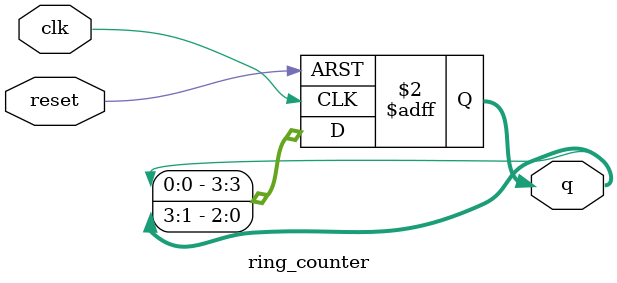
<source format=v>
module ring_counter (
    input clk, reset,
    output reg [3:0] q
);
    always @(posedge clk or posedge reset) begin
        if (reset)
            q <= 4'b1000;
        else
            q <= {q[0], q[3:1]};
    end
endmodule

</source>
